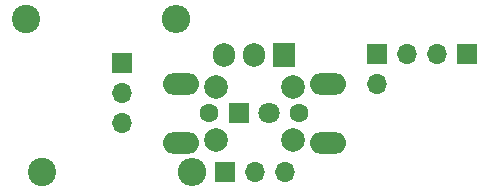
<source format=gbr>
%TF.GenerationSoftware,KiCad,Pcbnew,(6.0.5)*%
%TF.CreationDate,2022-06-01T17:15:45+01:00*%
%TF.ProjectId,OOEB-MODULE-PCB,4f4f4542-2d4d-44f4-9455-4c452d504342,rev?*%
%TF.SameCoordinates,Original*%
%TF.FileFunction,Soldermask,Bot*%
%TF.FilePolarity,Negative*%
%FSLAX46Y46*%
G04 Gerber Fmt 4.6, Leading zero omitted, Abs format (unit mm)*
G04 Created by KiCad (PCBNEW (6.0.5)) date 2022-06-01 17:15:45*
%MOMM*%
%LPD*%
G01*
G04 APERTURE LIST*
%ADD10O,3.048000X1.850000*%
%ADD11C,2.000000*%
%ADD12O,2.400000X2.400000*%
%ADD13C,2.400000*%
%ADD14C,1.600000*%
%ADD15O,1.905000X2.000000*%
%ADD16R,1.905000X2.000000*%
%ADD17R,1.700000X1.700000*%
%ADD18O,1.700000X1.700000*%
%ADD19R,1.800000X1.800000*%
%ADD20C,1.800000*%
G04 APERTURE END LIST*
D10*
%TO.C,SW2*%
X-6240000Y-3500000D03*
X6260000Y-3500000D03*
X-6240000Y-8500000D03*
X6260000Y-8500000D03*
%TD*%
D11*
%TO.C,SW1*%
X3250000Y-3750000D03*
X-3250000Y-3750000D03*
X3250000Y-8250000D03*
X-3250000Y-8250000D03*
%TD*%
D12*
%TO.C,R3*%
X-5300000Y-11000000D03*
D13*
X-18000000Y-11000000D03*
%TD*%
D14*
%TO.C,R2*%
X3800000Y-6000000D03*
X-3800000Y-6000000D03*
%TD*%
D13*
%TO.C,R1*%
X-19350000Y2000000D03*
D12*
X-6650000Y2000000D03*
%TD*%
D15*
%TO.C,Q1*%
X-2540000Y-1055000D03*
X0Y-1055000D03*
D16*
X2540000Y-1055000D03*
%TD*%
D17*
%TO.C,J4*%
X10385000Y-1000000D03*
D18*
X10385000Y-3540000D03*
%TD*%
%TO.C,J3*%
X12920000Y-1000000D03*
X15460000Y-1000000D03*
D17*
X18000000Y-1000000D03*
%TD*%
%TO.C,J2*%
X-2525000Y-11000000D03*
D18*
X15000Y-11000000D03*
X2555000Y-11000000D03*
%TD*%
D17*
%TO.C,J1*%
X-11190000Y-1730000D03*
D18*
X-11190000Y-4270000D03*
X-11190000Y-6810000D03*
%TD*%
D19*
%TO.C,D1*%
X-1270000Y-6000000D03*
D20*
X1270000Y-6000000D03*
%TD*%
M02*

</source>
